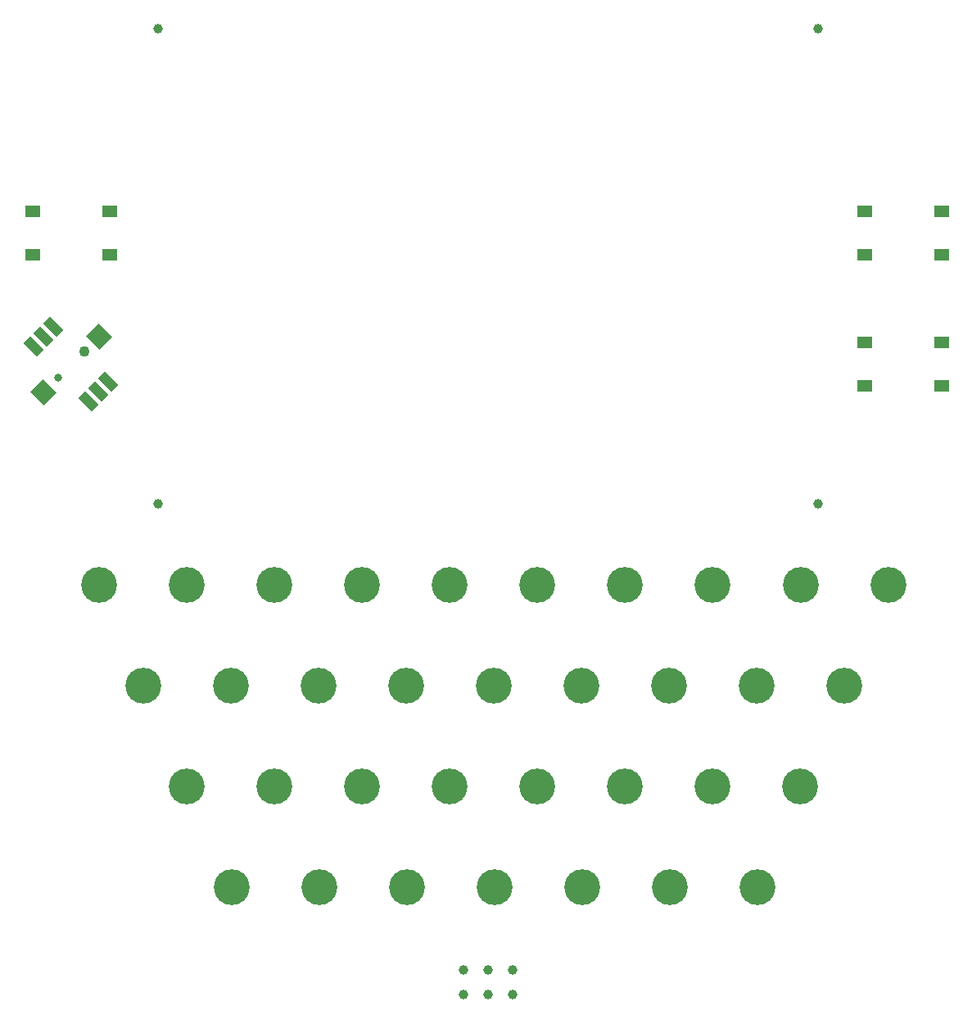
<source format=gbr>
%TF.GenerationSoftware,KiCad,Pcbnew,7.99.0-1.20230226git51d46c0.fc37*%
%TF.CreationDate,2023-03-11T16:18:56+00:00*%
%TF.ProjectId,tr23-outline-test-r1,74723233-2d6f-4757-946c-696e652d7465,rev?*%
%TF.SameCoordinates,Original*%
%TF.FileFunction,Soldermask,Top*%
%TF.FilePolarity,Negative*%
%FSLAX46Y46*%
G04 Gerber Fmt 4.6, Leading zero omitted, Abs format (unit mm)*
G04 Created by KiCad (PCBNEW 7.99.0-1.20230226git51d46c0.fc37) date 2023-03-11 16:18:56*
%MOMM*%
%LPD*%
G01*
G04 APERTURE LIST*
G04 Aperture macros list*
%AMRotRect*
0 Rectangle, with rotation*
0 The origin of the aperture is its center*
0 $1 length*
0 $2 width*
0 $3 Rotation angle, in degrees counterclockwise*
0 Add horizontal line*
21,1,$1,$2,0,0,$3*%
G04 Aperture macros list end*
%ADD10C,1.000000*%
%ADD11R,1.550000X1.300000*%
%ADD12C,0.800000*%
%ADD13C,1.100000*%
%ADD14RotRect,2.000000X1.000000X135.000000*%
%ADD15RotRect,2.000000X1.800000X135.000000*%
%ADD16C,3.700000*%
G04 APERTURE END LIST*
D10*
%TO.C,DISP1*%
X-59487500Y31480000D03*
X8762500Y31480000D03*
X-59487500Y80520000D03*
X8762500Y80520000D03*
%TD*%
D11*
%TO.C,SW37*%
X-72479999Y61674999D03*
X-64519999Y61674999D03*
X-64519999Y57174999D03*
X-72479999Y57174999D03*
%TD*%
%TO.C,SW36*%
X13519999Y48099999D03*
X21479999Y48099999D03*
X21479999Y43599999D03*
X13519999Y43599999D03*
%TD*%
D12*
%TO.C,S1*%
X-69843503Y44506497D03*
D13*
X-67156497Y47193503D03*
D14*
X-66679198Y42013944D03*
X-65671572Y43021572D03*
X-64663945Y44029199D03*
X-72336053Y47670799D03*
X-71328426Y48678426D03*
X-70320799Y49686053D03*
D15*
X-71363781Y42986217D03*
X-65636216Y48713781D03*
%TD*%
D11*
%TO.C,SW35*%
X13519999Y61674999D03*
X21479999Y61674999D03*
X21479999Y57174999D03*
X13519999Y57174999D03*
%TD*%
D16*
%TO.C,SW32*%
X-33796000Y-8150000D03*
%TD*%
D10*
%TO.C,J1*%
X-22830000Y-16763000D03*
X-25370000Y-16763000D03*
X-27910000Y-16763000D03*
X-22830000Y-19303000D03*
X-25370000Y-19303000D03*
X-27910000Y-19303000D03*
%TD*%
D16*
%TO.C,SW9*%
X6916000Y23090000D03*
%TD*%
%TO.C,SW12*%
X-51988000Y12670000D03*
%TD*%
%TO.C,SW2*%
X-56518000Y23090000D03*
%TD*%
%TO.C,SW14*%
X-33864000Y12670000D03*
%TD*%
%TO.C,SW18*%
X2384000Y12670000D03*
%TD*%
%TO.C,SW7*%
X-11208000Y23090000D03*
%TD*%
%TO.C,SW10*%
X15978000Y23090000D03*
%TD*%
%TO.C,SW5*%
X-29332000Y23090000D03*
%TD*%
%TO.C,SW30*%
X-6610000Y-8150000D03*
%TD*%
%TO.C,SW25*%
X-11210000Y2260000D03*
%TD*%
%TO.C,SW23*%
X-29334000Y2260000D03*
%TD*%
%TO.C,SW33*%
X-24734000Y-8150000D03*
%TD*%
%TO.C,SW26*%
X-2148000Y2260000D03*
%TD*%
%TO.C,SW1*%
X-65580000Y23090000D03*
%TD*%
%TO.C,SW3*%
X-47456000Y23090000D03*
%TD*%
%TO.C,SW20*%
X-56520000Y2260000D03*
%TD*%
%TO.C,SW31*%
X2452000Y-8150000D03*
%TD*%
%TO.C,SW29*%
X-42858000Y-8150000D03*
%TD*%
%TO.C,SW4*%
X-38394000Y23090000D03*
%TD*%
%TO.C,SW15*%
X-24802000Y12670000D03*
%TD*%
%TO.C,SW28*%
X-51920000Y-8150000D03*
%TD*%
%TO.C,SW6*%
X-20270000Y23090000D03*
%TD*%
%TO.C,SW17*%
X-6678000Y12670000D03*
%TD*%
%TO.C,SW16*%
X-15740000Y12670000D03*
%TD*%
%TO.C,SW27*%
X6914000Y2260000D03*
%TD*%
%TO.C,SW19*%
X11446000Y12670000D03*
%TD*%
%TO.C,SW34*%
X-15672000Y-8150000D03*
%TD*%
%TO.C,SW8*%
X-2146000Y23090000D03*
%TD*%
%TO.C,SW22*%
X-38396000Y2260000D03*
%TD*%
%TO.C,SW11*%
X-61050000Y12670000D03*
%TD*%
%TO.C,SW21*%
X-47458000Y2260000D03*
%TD*%
%TO.C,SW24*%
X-20272000Y2260000D03*
%TD*%
%TO.C,SW13*%
X-42926000Y12670000D03*
%TD*%
M02*

</source>
